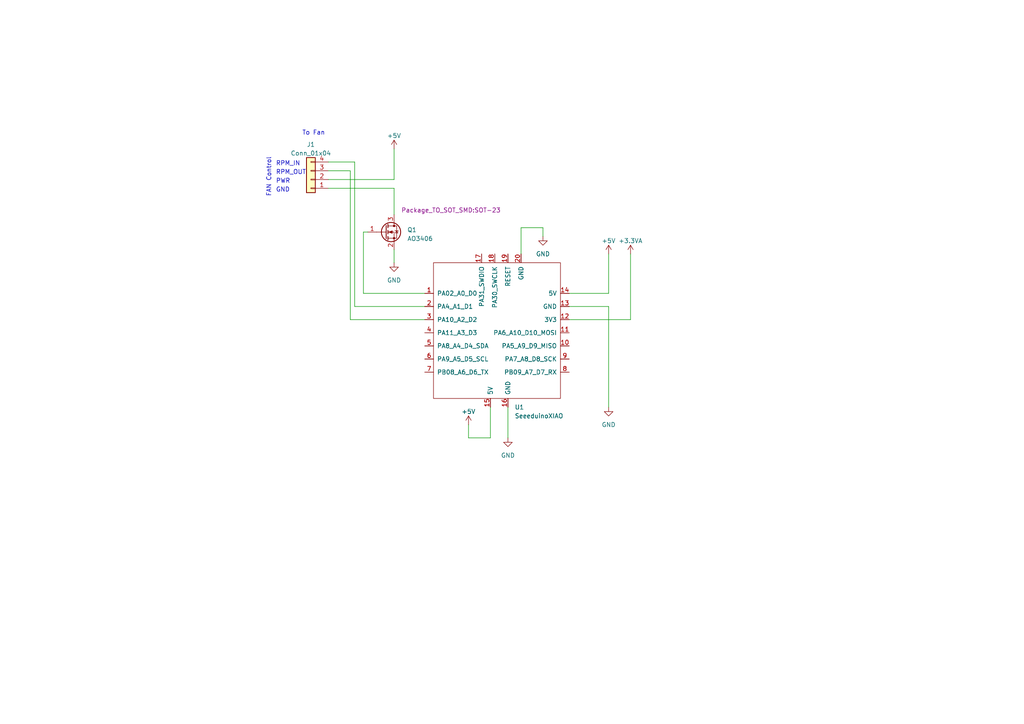
<source format=kicad_sch>
(kicad_sch (version 20230121) (generator eeschema)
  (paper "A4")
  (lib_symbols
    (symbol "Connector_Generic:Conn_01x04" (pin_names (offset 1.016) hide)
      (property "Reference" "J" (at 0 5.08 0))
      (property "Value" "Conn_01x04" (at 0 -7.62 0))
      (symbol "Conn_01x04_1_1"
        (rectangle (start -1.27 -4.953) (end 0 -5.207) (stroke (width 0.1524)))
        (rectangle (start -1.27 -2.413) (end 0 -2.667) (stroke (width 0.1524)))
        (rectangle (start -1.27 0.127) (end 0 -0.127) (stroke (width 0.1524)))
        (rectangle (start -1.27 2.667) (end 0 2.413) (stroke (width 0.1524)))
        (rectangle (start -1.27 3.81) (end 1.27 -6.35) (stroke (width 0.254)) (fill (type background)))
        (pin passive line (at -5.08 2.54 0) (length 3.81) (name "Pin_1") (number "1"))
        (pin passive line (at -5.08 0 0) (length 3.81) (name "Pin_2") (number "2"))
        (pin passive line (at -5.08 -2.54 0) (length 3.81) (name "Pin_3") (number "3"))
        (pin passive line (at -5.08 -5.08 0) (length 3.81) (name "Pin_4") (number "4"))
      )
    )
    (symbol "Device:Q_NMOS_GSD" (pin_names (offset 0) hide)
      (property "Reference" "Q" (at 5.08 1.27 0))
      (property "Value" "Q_NMOS_GSD" (at 5.08 -1.27 0))
      (symbol "Q_NMOS_GSD_0_1"
        (polyline (pts (xy 0.254 0) (xy -2.54 0)))
        (polyline (pts (xy 0.254 1.905) (xy 0.254 -1.905)) (stroke (width 0.254)))
        (polyline (pts (xy 0.762 -1.27) (xy 0.762 -2.286)) (stroke (width 0.254)))
        (polyline (pts (xy 0.762 0.508) (xy 0.762 -0.508)) (stroke (width 0.254)))
        (polyline (pts (xy 0.762 2.286) (xy 0.762 1.27)) (stroke (width 0.254)))
        (polyline (pts (xy 2.54 2.54) (xy 2.54 1.778)))
        (polyline (pts (xy 2.54 -2.54) (xy 2.54 0) (xy 0.762 0)))
        (polyline (pts (xy 0.762 -1.778) (xy 3.302 -1.778) (xy 3.302 1.778) (xy 0.762 1.778)))
        (polyline (pts (xy 1.016 0) (xy 2.032 0.381) (xy 2.032 -0.381) (xy 1.016 0)) (fill (type outline)))
        (polyline (pts (xy 2.794 0.508) (xy 2.921 0.381) (xy 3.683 0.381) (xy 3.81 0.254)))
        (polyline (pts (xy 3.302 0.381) (xy 2.921 -0.254) (xy 3.683 -0.254) (xy 3.302 0.381)))
        (circle (center 1.651 0) (radius 2.794) (stroke (width 0.254)))
        (circle (center 2.54 -1.778) (radius 0.254) (fill (type outline)))
        (circle (center 2.54 1.778) (radius 0.254) (fill (type outline)))
      )
      (symbol "Q_NMOS_GSD_1_1"
        (pin input line (at -5.08 0 0) (length 2.54) (name "G") (number "1"))
        (pin passive line (at 2.54 -5.08 90) (length 2.54) (name "S") (number "2"))
        (pin passive line (at 2.54 5.08 270) (length 2.54) (name "D") (number "3"))
      )
    )
    (symbol "Seed studio:SeeeduinoXIAO" (pin_names (offset 1.016))
      (property "Reference" "U" (at -19.05 22.86 0))
      (property "Value" "SeeeduinoXIAO" (at -12.7 21.59 0))
      (symbol "SeeeduinoXIAO_0_1"
        (rectangle (start -19.05 20.32) (end 17.78 -19.05))
      )
      (symbol "SeeeduinoXIAO_1_1"
        (pin unspecified line (at -21.59 11.43 0) (length 2.54) (name "PA02_A0_D0") (number "1"))
        (pin unspecified line (at 20.32 -3.81 180) (length 2.54) (name "PA5_A9_D9_MISO") (number "10"))
        (pin unspecified line (at 20.32 0 180) (length 2.54) (name "PA6_A10_D10_MOSI") (number "11"))
        (pin unspecified line (at 20.32 3.81 180) (length 2.54) (name "3V3") (number "12"))
        (pin unspecified line (at 20.32 7.62 180) (length 2.54) (name "GND") (number "13"))
        (pin unspecified line (at 20.32 11.43 180) (length 2.54) (name "5V") (number "14"))
        (pin input line (at -2.54 -21.59 90) (length 2.54) (name "5V") (number "15"))
        (pin input line (at 2.54 -21.59 90) (length 2.54) (name "GND") (number "16"))
        (pin input line (at -5.08 22.86 270) (length 2.54) (name "PA31_SWDIO") (number "17"))
        (pin input line (at -1.27 22.86 270) (length 2.54) (name "PA30_SWCLK") (number "18"))
        (pin input line (at 2.54 22.86 270) (length 2.54) (name "RESET") (number "19"))
        (pin unspecified line (at -21.59 7.62 0) (length 2.54) (name "PA4_A1_D1") (number "2"))
        (pin input line (at 6.35 22.86 270) (length 2.54) (name "GND") (number "20"))
        (pin unspecified line (at -21.59 3.81 0) (length 2.54) (name "PA10_A2_D2") (number "3"))
        (pin unspecified line (at -21.59 0 0) (length 2.54) (name "PA11_A3_D3") (number "4"))
        (pin unspecified line (at -21.59 -3.81 0) (length 2.54) (name "PA8_A4_D4_SDA") (number "5"))
        (pin unspecified line (at -21.59 -7.62 0) (length 2.54) (name "PA9_A5_D5_SCL") (number "6"))
        (pin unspecified line (at -21.59 -11.43 0) (length 2.54) (name "PB08_A6_D6_TX") (number "7"))
        (pin unspecified line (at 20.32 -11.43 180) (length 2.54) (name "PB09_A7_D7_RX") (number "8"))
        (pin unspecified line (at 20.32 -7.62 180) (length 2.54) (name "PA7_A8_D8_SCK") (number "9"))
      )
    )
    (symbol "power:+3.3VA" (power) (pin_names (offset 0))
      (property "Value" "+3.3VA" (at 0 3.556 0))
      (symbol "+3.3VA_0_1"
        (polyline (pts (xy -0.762 1.27) (xy 0 2.54)))
        (polyline (pts (xy 0 0) (xy 0 2.54)))
        (polyline (pts (xy 0 2.54) (xy 0.762 1.27)))
      )
      (symbol "+3.3VA_1_1"
        (pin power_in line (at 0 0 90) (length 0) hide (name "+3.3VA") (number "1"))
      )
    )
    (symbol "power:+5V" (power) (pin_names (offset 0))
      (property "Value" "+5V" (at 0 3.556 0))
      (symbol "+5V_0_1"
        (polyline (pts (xy -0.762 1.27) (xy 0 2.54)))
        (polyline (pts (xy 0 0) (xy 0 2.54)))
        (polyline (pts (xy 0 2.54) (xy 0.762 1.27)))
      )
      (symbol "+5V_1_1"
        (pin power_in line (at 0 0 90) (length 0) hide (name "+5V") (number "1"))
      )
    )
    (symbol "power:GND" (power) (pin_names (offset 0))
      (property "Value" "GND" (at 0 -3.81 0))
      (symbol "GND_0_1"
        (polyline (pts (xy 0 0) (xy 0 -1.27) (xy 1.27 -1.27) (xy 0 -2.54) (xy -1.27 -1.27) (xy 0 -1.27)))
      )
      (symbol "GND_1_1"
        (pin power_in line (at 0 0 270) (length 0) hide (name "GND") (number "1"))
      )
    )
  )
  (wire (pts (xy 123.19 88.9) (xy 102.87 88.9)))
  (wire (pts (xy 105.41 85.09) (xy 105.41 67.31)))
  (wire (pts (xy 147.32 118.11) (xy 147.32 127)))
  (wire (pts (xy 151.13 66.04) (xy 157.48 66.04)))
  (wire (pts (xy 95.25 46.99) (xy 102.87 46.99)))
  (wire (pts (xy 102.87 46.99) (xy 102.87 88.9)))
  (wire (pts (xy 101.6 49.53) (xy 101.6 92.71)))
  (wire (pts (xy 165.1 88.9) (xy 176.53 88.9)))
  (wire (pts (xy 176.53 88.9) (xy 176.53 118.11)))
  (wire (pts (xy 142.24 118.11) (xy 142.24 127)))
  (wire (pts (xy 165.1 85.09) (xy 176.53 85.09)))
  (wire (pts (xy 165.1 92.71) (xy 182.88 92.71)))
  (wire (pts (xy 123.19 92.71) (xy 101.6 92.71)))
  (wire (pts (xy 142.24 127) (xy 135.89 127)))
  (wire (pts (xy 101.6 49.53) (xy 95.25 49.53)))
  (wire (pts (xy 105.41 67.31) (xy 106.68 67.31)))
  (wire (pts (xy 114.3 43.18) (xy 114.3 52.07)))
  (wire (pts (xy 176.53 85.09) (xy 176.53 73.66)))
  (wire (pts (xy 114.3 54.61) (xy 114.3 62.23)))
  (wire (pts (xy 114.3 72.39) (xy 114.3 76.2)))
  (wire (pts (xy 157.48 66.04) (xy 157.48 68.58)))
  (wire (pts (xy 95.25 52.07) (xy 114.3 52.07)))
  (wire (pts (xy 151.13 73.66) (xy 151.13 66.04)))
  (wire (pts (xy 135.89 127) (xy 135.89 123.19)))
  (wire (pts (xy 123.19 85.09) (xy 105.41 85.09)))
  (wire (pts (xy 95.25 54.61) (xy 114.3 54.61)))
  (wire (pts (xy 182.88 92.71) (xy 182.88 73.66)))
  (text "RPM_OUT\n" (at 80.01 50.8 0) (effects (font (size 1.27 1.27)) (justify left bottom)))
  (text "PWR" (at 80.01 53.34 0) (effects (font (size 1.27 1.27)) (justify left bottom)))
  (text "FAN Control" (at 78.74 57.15 90) (effects (font (size 1.27 1.27)) (justify left bottom)))
  (text "To Fan" (at 87.63 39.37 0) (effects (font (size 1.27 1.27)) (justify left bottom)))
  (text "RPM_IN" (at 80.01 48.26 0) (effects (font (size 1.27 1.27)) (justify left bottom)))
  (text "GND" (at 80.01 55.88 0) (effects (font (size 1.27 1.27)) (justify left bottom)))
  (symbol (lib_id "power:+5V") (at 135.89 123.19 0) (unit 1)
    (property "Reference" "#PWR07" (effects hide))
    (property "Value" "+5V" (at 135.89 119.38 0))
  )
  (symbol (lib_id "power:GND") (at 176.53 118.11 0) (unit 1)
    (property "Reference" "#PWR02" (effects hide))
    (property "Value" "GND" (at 176.53 123.19 0))
  )
  (symbol (lib_id "Seed studio:SeeeduinoXIAO") (at 144.78 96.52 0) (unit 1)
    (property "Reference" "U1" (at 149.2759 118.11 0) (effects (justify left)))
    (property "Value" "SeeeduinoXIAO" (at 149.2759 120.65 0) (effects (justify left)))
    (property "Footprint" "Seed studio:Seeeduino XIAO-MOUDLE14P-2.54-21X17.8MM" (effects hide))
  )
  (symbol (lib_id "Connector_Generic:Conn_01x04") (at 90.17 52.07 180) (unit 1)
    (property "Reference" "J1" (at 90.17 41.91 0))
    (property "Value" "Conn_01x04" (at 90.17 44.45 0))
    (property "Footprint" "Connector_PinSocket_2.54mm:PinSocket_1x04_P2.54mm_Horizontal" (effects hide))
  )
  (symbol (lib_id "power:GND") (at 147.32 127 0) (unit 1)
    (property "Reference" "#PWR06" (effects hide))
    (property "Value" "GND" (at 147.32 132.08 0))
  )
  (symbol (lib_id "power:+5V") (at 114.3 43.18 0) (unit 1)
    (property "Reference" "#PWR05" (effects hide))
    (property "Value" "+5V" (at 114.3 39.37 0))
  )
  (symbol (lib_id "power:+5V") (at 176.53 73.66 0) (unit 1)
    (property "Reference" "#PWR01" (effects hide))
    (property "Value" "+5V" (at 176.53 69.85 0))
  )
  (symbol (lib_id "power:GND") (at 157.48 68.58 0) (unit 1)
    (property "Reference" "#PWR08" (effects hide))
    (property "Value" "GND" (at 157.48 73.66 0))
  )
  (symbol (lib_id "Device:Q_NMOS_GSD") (at 111.76 67.31 0) (unit 1)
    (property "Reference" "Q1" (at 118.11 66.675 0) (effects (justify left)))
    (property "Value" "AO3406" (at 118.11 69.215 0) (effects (justify left)))
    (property "Footprint" "Package_TO_SOT_SMD:SOT-23" (at 130.81 60.96 0))
  )
  (symbol (lib_id "power:GND") (at 114.3 76.2 0) (unit 1)
    (property "Reference" "#PWR04" (effects hide))
    (property "Value" "GND" (at 114.3 81.28 0))
  )
  (symbol (lib_id "power:+3.3VA") (at 182.88 73.66 0) (unit 1)
    (property "Reference" "#PWR03" (effects hide))
    (property "Value" "+3.3VA" (at 182.88 69.85 0))
  )
)
</source>
